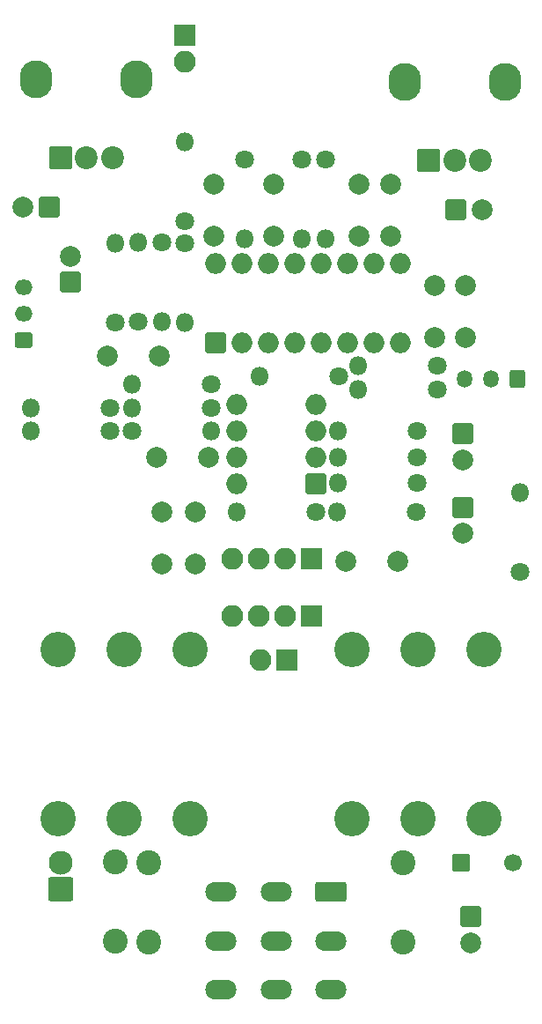
<source format=gbr>
%TF.GenerationSoftware,KiCad,Pcbnew,7.0.2-6a45011f42~172~ubuntu22.04.1*%
%TF.CreationDate,2023-05-25T17:24:48+01:00*%
%TF.ProjectId,little-angel-v2,6c697474-6c65-42d6-916e-67656c2d7632,rev?*%
%TF.SameCoordinates,Original*%
%TF.FileFunction,Soldermask,Top*%
%TF.FilePolarity,Negative*%
%FSLAX46Y46*%
G04 Gerber Fmt 4.6, Leading zero omitted, Abs format (unit mm)*
G04 Created by KiCad (PCBNEW 7.0.2-6a45011f42~172~ubuntu22.04.1) date 2023-05-25 17:24:48*
%MOMM*%
%LPD*%
G01*
G04 APERTURE LIST*
G04 Aperture macros list*
%AMRoundRect*
0 Rectangle with rounded corners*
0 $1 Rounding radius*
0 $2 $3 $4 $5 $6 $7 $8 $9 X,Y pos of 4 corners*
0 Add a 4 corners polygon primitive as box body*
4,1,4,$2,$3,$4,$5,$6,$7,$8,$9,$2,$3,0*
0 Add four circle primitives for the rounded corners*
1,1,$1+$1,$2,$3*
1,1,$1+$1,$4,$5*
1,1,$1+$1,$6,$7*
1,1,$1+$1,$8,$9*
0 Add four rect primitives between the rounded corners*
20,1,$1+$1,$2,$3,$4,$5,0*
20,1,$1+$1,$4,$5,$6,$7,0*
20,1,$1+$1,$6,$7,$8,$9,0*
20,1,$1+$1,$8,$9,$2,$3,0*%
G04 Aperture macros list end*
%ADD10RoundRect,0.200000X0.650000X-0.525000X0.650000X0.525000X-0.650000X0.525000X-0.650000X-0.525000X0*%
%ADD11O,1.700000X1.450000*%
%ADD12RoundRect,0.200000X0.525000X0.650000X-0.525000X0.650000X-0.525000X-0.650000X0.525000X-0.650000X0*%
%ADD13O,1.450000X1.700000*%
%ADD14RoundRect,0.200000X-0.800000X0.800000X-0.800000X-0.800000X0.800000X-0.800000X0.800000X0.800000X0*%
%ADD15C,2.000000*%
%ADD16RoundRect,0.200000X-0.800000X-0.800000X0.800000X-0.800000X0.800000X0.800000X-0.800000X0.800000X0*%
%ADD17RoundRect,0.200000X0.800000X0.800000X-0.800000X0.800000X-0.800000X-0.800000X0.800000X-0.800000X0*%
%ADD18RoundRect,0.200000X0.800000X-0.800000X0.800000X0.800000X-0.800000X0.800000X-0.800000X-0.800000X0*%
%ADD19O,2.000000X2.000000*%
%ADD20C,2.200000*%
%ADD21RoundRect,0.200000X0.900000X0.900000X-0.900000X0.900000X-0.900000X-0.900000X0.900000X-0.900000X0*%
%ADD22O,3.120000X3.640000*%
%ADD23O,1.800000X1.800000*%
%ADD24C,1.800000*%
%ADD25C,3.400000*%
%ADD26RoundRect,0.200000X-0.850000X0.850000X-0.850000X-0.850000X0.850000X-0.850000X0.850000X0.850000X0*%
%ADD27O,2.100000X2.100000*%
%ADD28RoundRect,0.200000X-0.850000X-0.850000X0.850000X-0.850000X0.850000X0.850000X-0.850000X0.850000X0*%
%ADD29RoundRect,0.200000X1.300000X0.750000X-1.300000X0.750000X-1.300000X-0.750000X1.300000X-0.750000X0*%
%ADD30O,3.000000X1.900000*%
%ADD31RoundRect,0.200000X1.000000X0.950000X-1.000000X0.950000X-1.000000X-0.950000X1.000000X-0.950000X0*%
%ADD32C,2.300000*%
%ADD33C,2.398980*%
%ADD34RoundRect,0.200000X-0.650000X-0.650000X0.650000X-0.650000X0.650000X0.650000X-0.650000X0.650000X0*%
%ADD35C,1.700000*%
G04 APERTURE END LIST*
D10*
%TO.C,U2*%
X119010000Y-84820000D03*
D11*
X119010000Y-82280000D03*
X119010000Y-79740000D03*
%TD*%
D12*
%TO.C,Q1*%
X166510000Y-88550000D03*
D13*
X163970000Y-88550000D03*
X161430000Y-88550000D03*
%TD*%
D14*
%TO.C,C19*%
X162000000Y-140200000D03*
D15*
X162000000Y-142700000D03*
%TD*%
D14*
%TO.C,C8*%
X161260000Y-100867621D03*
D15*
X161260000Y-103367621D03*
%TD*%
D14*
%TO.C,C6*%
X161260000Y-93800000D03*
D15*
X161260000Y-96300000D03*
%TD*%
D16*
%TO.C,C5*%
X160577621Y-72300000D03*
D15*
X163077621Y-72300000D03*
%TD*%
D17*
%TO.C,C4*%
X121442380Y-72050000D03*
D15*
X118942380Y-72050000D03*
%TD*%
%TO.C,C3*%
X123510000Y-76732379D03*
D18*
X123510000Y-79232379D03*
%TD*%
%TO.C,U3*%
X137430000Y-85050000D03*
D19*
X139970000Y-85050000D03*
X142510000Y-85050000D03*
X145050000Y-85050000D03*
X147590000Y-85050000D03*
X150130000Y-85050000D03*
X152670000Y-85050000D03*
X155210000Y-85050000D03*
X155210000Y-77430000D03*
X152670000Y-77430000D03*
X150130000Y-77430000D03*
X147590000Y-77430000D03*
X145050000Y-77430000D03*
X142510000Y-77430000D03*
X139970000Y-77430000D03*
X137430000Y-77430000D03*
%TD*%
D17*
%TO.C,U1*%
X147060000Y-98600000D03*
D19*
X147060000Y-96060000D03*
X147060000Y-93520000D03*
X147060000Y-90980000D03*
X139440000Y-90980000D03*
X139440000Y-93520000D03*
X139440000Y-96060000D03*
X139440000Y-98600000D03*
%TD*%
D20*
%TO.C,RV2*%
X127510000Y-67275000D03*
X125010000Y-67275000D03*
D21*
X122510000Y-67275000D03*
D22*
X129810000Y-59775000D03*
X120210000Y-59775000D03*
%TD*%
%TO.C,RV1*%
X155660000Y-60050000D03*
X165260000Y-60050000D03*
D21*
X157960000Y-67550000D03*
D20*
X160460000Y-67550000D03*
X162960000Y-67550000D03*
%TD*%
D23*
%TO.C,R23*%
X148010000Y-75110000D03*
D24*
X148010000Y-67490000D03*
%TD*%
D23*
%TO.C,R22*%
X140260000Y-75100000D03*
D24*
X140260000Y-67480000D03*
%TD*%
%TO.C,R21*%
X132260000Y-75430000D03*
D23*
X132260000Y-83050000D03*
%TD*%
D24*
%TO.C,R20*%
X145760000Y-67480000D03*
D23*
X145760000Y-75100000D03*
%TD*%
D24*
%TO.C,R19*%
X130010000Y-83050000D03*
D23*
X130010000Y-75430000D03*
%TD*%
D24*
%TO.C,R18*%
X134510000Y-73360000D03*
D23*
X134510000Y-65740000D03*
%TD*%
D24*
%TO.C,R17*%
X147070000Y-101300000D03*
D23*
X139450000Y-101300000D03*
%TD*%
D24*
%TO.C,R16*%
X127760000Y-83110000D03*
D23*
X127760000Y-75490000D03*
%TD*%
D24*
%TO.C,R15*%
X156820000Y-98550000D03*
D23*
X149200000Y-98550000D03*
%TD*%
D24*
%TO.C,R14*%
X134510000Y-75490000D03*
D23*
X134510000Y-83110000D03*
%TD*%
D24*
%TO.C,R13*%
X156820000Y-93550000D03*
D23*
X149200000Y-93550000D03*
%TD*%
D24*
%TO.C,R12*%
X158820000Y-89550000D03*
D23*
X151200000Y-89550000D03*
%TD*%
D24*
%TO.C,R11*%
X156820000Y-96050000D03*
D23*
X149200000Y-96050000D03*
%TD*%
%TO.C,R10*%
X151200000Y-87300000D03*
D24*
X158820000Y-87300000D03*
%TD*%
%TO.C,R9*%
X166760000Y-107110000D03*
D23*
X166760000Y-99490000D03*
%TD*%
D24*
%TO.C,R8*%
X156760000Y-101300000D03*
D23*
X149140000Y-101300000D03*
%TD*%
D24*
%TO.C,R7*%
X149260000Y-88300000D03*
D23*
X141640000Y-88300000D03*
%TD*%
D24*
%TO.C,R5*%
X137060000Y-89050000D03*
D23*
X129440000Y-89050000D03*
%TD*%
D24*
%TO.C,R4*%
X129440000Y-93550000D03*
D23*
X137060000Y-93550000D03*
%TD*%
D24*
%TO.C,R3*%
X137060000Y-91300000D03*
D23*
X129440000Y-91300000D03*
%TD*%
%TO.C,R2*%
X119700000Y-93550000D03*
D24*
X127320000Y-93550000D03*
%TD*%
%TO.C,R1*%
X127320000Y-91300000D03*
D23*
X119700000Y-91300000D03*
%TD*%
D15*
%TO.C,C17*%
X132260000Y-101300000D03*
X132260000Y-106300000D03*
%TD*%
%TO.C,C16*%
X135510000Y-101300000D03*
X135510000Y-106300000D03*
%TD*%
%TO.C,C15*%
X137260000Y-74800000D03*
X137260000Y-69800000D03*
%TD*%
%TO.C,C14*%
X154260000Y-74800000D03*
X154260000Y-69800000D03*
%TD*%
%TO.C,C13*%
X151260000Y-69800000D03*
X151260000Y-74800000D03*
%TD*%
%TO.C,C12*%
X143010000Y-69800000D03*
X143010000Y-74800000D03*
%TD*%
%TO.C,C11*%
X127010000Y-86300000D03*
X132010000Y-86300000D03*
%TD*%
%TO.C,C10*%
X161510000Y-84550000D03*
X161510000Y-79550000D03*
%TD*%
%TO.C,C9*%
X158510000Y-84550000D03*
X158510000Y-79550000D03*
%TD*%
%TO.C,C7*%
X150010000Y-106050000D03*
X155010000Y-106050000D03*
%TD*%
%TO.C,C2*%
X131760000Y-96050000D03*
X136760000Y-96050000D03*
%TD*%
D25*
%TO.C,J4*%
X135010000Y-114550000D03*
X135010000Y-130780000D03*
X122310000Y-114550000D03*
X122310000Y-130780000D03*
X128660000Y-114550000D03*
X128660000Y-130780000D03*
%TD*%
D26*
%TO.C,J3*%
X144300000Y-115550000D03*
D27*
X141760000Y-115550000D03*
%TD*%
D28*
%TO.C,J2*%
X134510000Y-55550000D03*
D27*
X134510000Y-58090000D03*
%TD*%
D25*
%TO.C,J1*%
X156910000Y-114550000D03*
X156910000Y-130780000D03*
X163260000Y-114550000D03*
X163260000Y-130780000D03*
X150560000Y-114550000D03*
X150560000Y-130780000D03*
%TD*%
D29*
%TO.C,SW1*%
X148550000Y-137825000D03*
D30*
X143250000Y-137825000D03*
X137950000Y-137825000D03*
X148550000Y-142525000D03*
X143250000Y-142550000D03*
X137950000Y-142525000D03*
X148550000Y-147225000D03*
X143250000Y-147225000D03*
X137950000Y-147225000D03*
%TD*%
D26*
%TO.C,JOVGI1*%
X146700000Y-111350000D03*
D27*
X144160000Y-111350000D03*
X141620000Y-111350000D03*
X139080000Y-111350000D03*
%TD*%
D26*
%TO.C,JOVGI2*%
X146700000Y-105800000D03*
D27*
X144160000Y-105800000D03*
X141620000Y-105800000D03*
X139080000Y-105800000D03*
%TD*%
D31*
%TO.C,D1*%
X122500000Y-137540000D03*
D32*
X122500000Y-135000000D03*
%TD*%
D33*
%TO.C,R25*%
X155500000Y-135000000D03*
X155500000Y-142620000D03*
%TD*%
%TO.C,R26*%
X127760000Y-134980000D03*
X127760000Y-142600000D03*
%TD*%
%TO.C,R27*%
X131000000Y-142670000D03*
X131000000Y-135050000D03*
%TD*%
D34*
%TO.C,C18*%
X161050000Y-135000000D03*
D35*
X166050000Y-135000000D03*
%TD*%
M02*

</source>
